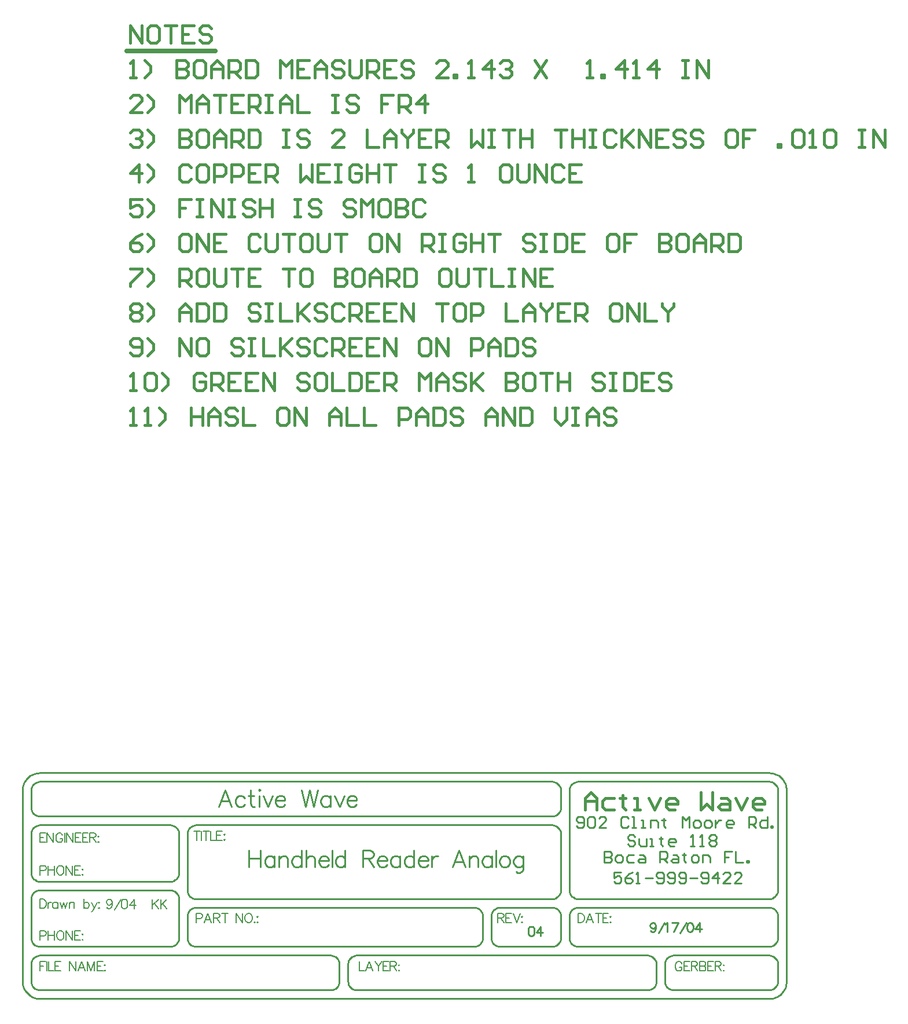
<source format=gbp>
%FSLAX24Y24*%
%MOIN*%
G70*
G01*
G75*
%ADD10C,0.0080*%
%ADD11R,0.0300X0.0300*%
%ADD12R,0.0800X0.0236*%
%ADD13R,0.0236X0.1100*%
%ADD14R,0.0236X0.0800*%
%ADD15R,0.0236X0.0700*%
%ADD16R,0.0236X0.1000*%
%ADD17R,0.0945X0.0236*%
%ADD18R,0.0700X0.0236*%
%ADD19R,0.0650X0.0236*%
%ADD20R,0.0200X0.0500*%
%ADD21R,0.0472X0.0472*%
%ADD22O,0.0600X0.0160*%
%ADD23O,0.0160X0.0600*%
%ADD24O,0.0800X0.0240*%
%ADD25R,0.0360X0.0360*%
%ADD26R,0.0200X0.0300*%
%ADD27R,0.0360X0.0500*%
%ADD28R,0.1000X0.0236*%
%ADD29R,0.0236X0.0945*%
%ADD30R,0.1500X0.0700*%
%ADD31R,0.0394X0.0413*%
%ADD32R,0.0413X0.0866*%
%ADD33R,0.0413X0.0800*%
%ADD34R,0.0400X0.0550*%
%ADD35O,0.0140X0.0600*%
%ADD36R,0.0600X0.0500*%
%ADD37R,0.2000X0.0700*%
%ADD38R,0.0500X0.0360*%
%ADD39R,0.0236X0.0236*%
%ADD40R,0.0550X0.0400*%
%ADD41C,0.0120*%
%ADD42R,0.0394X0.0394*%
%ADD43R,0.0394X0.0197*%
%ADD44R,0.0700X0.1500*%
%ADD45R,0.1100X0.0236*%
%ADD46R,0.0500X0.0500*%
%ADD47R,0.0500X0.0400*%
%ADD48C,0.0140*%
%ADD49C,0.0120*%
%ADD50C,0.0200*%
%ADD51C,0.0300*%
%ADD52C,0.0100*%
%ADD53C,0.0060*%
%ADD54C,0.0090*%
%ADD55C,0.0050*%
%ADD56C,0.0150*%
%ADD57C,0.0250*%
%ADD58C,0.0620*%
%ADD59R,0.0620X0.0620*%
%ADD60C,0.1000*%
%ADD61C,0.0400*%
%ADD62C,0.0220*%
%ADD63C,0.0030*%
D10*
X79191Y52957D02*
X79165Y52881D01*
X79114Y52830D01*
X79038Y52805D01*
X79013D01*
X78937Y52830D01*
X78886Y52881D01*
X78860Y52957D01*
Y52983D01*
X78886Y53059D01*
X78937Y53110D01*
X79013Y53135D01*
X79038D01*
X79114Y53110D01*
X79165Y53059D01*
X79191Y52957D01*
Y52830D01*
X79165Y52704D01*
X79114Y52627D01*
X79038Y52602D01*
X78987D01*
X78911Y52627D01*
X78886Y52678D01*
X79335Y52526D02*
X79691Y53135D01*
X79879D02*
X79803Y53110D01*
X79752Y53034D01*
X79726Y52907D01*
Y52830D01*
X79752Y52704D01*
X79803Y52627D01*
X79879Y52602D01*
X79929D01*
X80006Y52627D01*
X80056Y52704D01*
X80082Y52830D01*
Y52907D01*
X80056Y53034D01*
X80006Y53110D01*
X79929Y53135D01*
X79879D01*
X80455D02*
X80201Y52780D01*
X80582D01*
X80455Y53135D02*
Y52602D01*
X81514Y53135D02*
Y52602D01*
X81869Y53135D02*
X81514Y52780D01*
X81641Y52907D02*
X81869Y52602D01*
X81989Y53135D02*
Y52602D01*
X82344Y53135D02*
X81989Y52780D01*
X82116Y52907D02*
X82344Y52602D01*
D52*
X117531Y52173D02*
X117521Y52268D01*
X117494Y52360D01*
X117448Y52445D01*
X117387Y52519D01*
X117313Y52580D01*
X117228Y52625D01*
X117136Y52653D01*
X117041Y52663D01*
X106031D02*
X105933Y52653D01*
X105839Y52624D01*
X105753Y52578D01*
X105677Y52516D01*
X105615Y52440D01*
X105569Y52354D01*
X105540Y52260D01*
X105531Y52163D01*
X117031Y53163D02*
X117128Y53172D01*
X117222Y53201D01*
X117309Y53247D01*
X117384Y53309D01*
X117447Y53385D01*
X117493Y53471D01*
X117521Y53565D01*
X117531Y53663D01*
X105531D02*
X105540Y53565D01*
X105569Y53471D01*
X105615Y53385D01*
X105677Y53309D01*
X105753Y53247D01*
X105839Y53201D01*
X105933Y53172D01*
X106031Y53163D01*
X75031Y60413D02*
X74933Y60408D01*
X74836Y60393D01*
X74741Y60369D01*
X74648Y60336D01*
X74559Y60294D01*
X74475Y60244D01*
X74396Y60186D01*
X74324Y60120D01*
X74258Y60047D01*
X74199Y59968D01*
X74149Y59884D01*
X74107Y59795D01*
X74074Y59703D01*
X74050Y59608D01*
X74036Y59511D01*
X74031Y59413D01*
Y48423D02*
X74036Y48325D01*
X74050Y48228D01*
X74073Y48132D01*
X74106Y48040D01*
X74148Y47951D01*
X74197Y47867D01*
X74255Y47788D01*
X74320Y47715D01*
X74392Y47648D01*
X74471Y47589D01*
X74554Y47538D01*
X74642Y47495D01*
X74734Y47460D01*
X74829Y47435D01*
X74925Y47419D01*
X75023Y47413D01*
X117031Y47413D02*
X117129Y47417D01*
X117226Y47432D01*
X117321Y47456D01*
X117414Y47489D01*
X117502Y47531D01*
X117586Y47581D01*
X117665Y47639D01*
X117738Y47705D01*
X117804Y47778D01*
X117862Y47857D01*
X117913Y47941D01*
X117955Y48030D01*
X117988Y48122D01*
X118012Y48217D01*
X118026Y48314D01*
X118031Y48413D01*
Y59413D02*
X118026Y59511D01*
X118012Y59608D01*
X117988Y59703D01*
X117955Y59795D01*
X117913Y59884D01*
X117862Y59968D01*
X117804Y60047D01*
X117738Y60120D01*
X117665Y60186D01*
X117586Y60244D01*
X117502Y60294D01*
X117414Y60336D01*
X117321Y60369D01*
X117226Y60393D01*
X117129Y60408D01*
X117031Y60413D01*
X117531Y59423D02*
X117521Y59520D01*
X117492Y59614D01*
X117445Y59700D01*
X117381Y59775D01*
X117304Y59836D01*
X117216Y59880D01*
X117122Y59906D01*
X117024Y59912D01*
X117031Y50413D02*
X117128Y50422D01*
X117222Y50451D01*
X117309Y50497D01*
X117384Y50559D01*
X117447Y50635D01*
X117493Y50721D01*
X117521Y50815D01*
X117531Y50913D01*
X117531Y49421D02*
X117520Y49518D01*
X117490Y49610D01*
X117444Y49695D01*
X117381Y49769D01*
X117306Y49830D01*
X117220Y49875D01*
X117127Y49903D01*
X117031Y49913D01*
Y47913D02*
X117128Y47922D01*
X117222Y47951D01*
X117309Y47997D01*
X117384Y48059D01*
X117447Y48135D01*
X117493Y48221D01*
X117521Y48315D01*
X117531Y48413D01*
X104531Y50413D02*
X104628Y50422D01*
X104722Y50451D01*
X104809Y50497D01*
X104884Y50559D01*
X104947Y50635D01*
X104993Y50721D01*
X105021Y50815D01*
X105031Y50913D01*
X105531Y50903D02*
X105540Y50806D01*
X105569Y50713D01*
X105615Y50628D01*
X105677Y50553D01*
X105753Y50492D01*
X105839Y50447D01*
X105933Y50421D01*
X106029Y50413D01*
X105031Y52173D02*
X105021Y52268D01*
X104994Y52360D01*
X104948Y52445D01*
X104887Y52519D01*
X104813Y52580D01*
X104728Y52625D01*
X104636Y52653D01*
X104541Y52663D01*
X74531Y48413D02*
X74540Y48316D01*
X74568Y48223D01*
X74613Y48137D01*
X74674Y48062D01*
X74749Y48000D01*
X74833Y47953D01*
X74926Y47924D01*
X75022Y47913D01*
X104540Y53162D02*
X104636Y53174D01*
X104728Y53203D01*
X104813Y53250D01*
X104888Y53312D01*
X104948Y53387D01*
X104994Y53473D01*
X105022Y53566D01*
X105031Y53663D01*
X75031Y49913D02*
X74933Y49903D01*
X74839Y49874D01*
X74753Y49828D01*
X74677Y49766D01*
X74615Y49690D01*
X74569Y49604D01*
X74540Y49510D01*
X74531Y49413D01*
X105031Y56913D02*
X105021Y57010D01*
X104993Y57104D01*
X104947Y57190D01*
X104884Y57266D01*
X104809Y57328D01*
X104722Y57374D01*
X104628Y57403D01*
X104531Y57413D01*
Y57913D02*
X104628Y57922D01*
X104722Y57951D01*
X104809Y57997D01*
X104884Y58059D01*
X104947Y58135D01*
X104993Y58221D01*
X105021Y58315D01*
X105031Y58413D01*
X106031Y59913D02*
X105933Y59903D01*
X105839Y59874D01*
X105753Y59828D01*
X105677Y59766D01*
X105615Y59690D01*
X105569Y59604D01*
X105540Y59510D01*
X105531Y59413D01*
X105031D02*
X105021Y59510D01*
X104993Y59604D01*
X104947Y59690D01*
X104884Y59766D01*
X104809Y59828D01*
X104722Y59874D01*
X104628Y59903D01*
X104531Y59913D01*
X75031D02*
X74933Y59903D01*
X74839Y59874D01*
X74753Y59828D01*
X74677Y59766D01*
X74615Y59690D01*
X74569Y59604D01*
X74540Y59510D01*
X74531Y59413D01*
Y58413D02*
X74540Y58315D01*
X74569Y58221D01*
X74615Y58135D01*
X74677Y58059D01*
X74753Y57997D01*
X74839Y57951D01*
X74933Y57922D01*
X75031Y57913D01*
Y57413D02*
X74933Y57403D01*
X74839Y57374D01*
X74753Y57328D01*
X74677Y57266D01*
X74615Y57190D01*
X74569Y57104D01*
X74540Y57010D01*
X74531Y56913D01*
Y54663D02*
X74540Y54565D01*
X74569Y54471D01*
X74615Y54385D01*
X74677Y54309D01*
X74753Y54247D01*
X74839Y54201D01*
X74933Y54172D01*
X75031Y54163D01*
Y53663D02*
X74933Y53653D01*
X74839Y53624D01*
X74753Y53578D01*
X74677Y53516D01*
X74615Y53440D01*
X74569Y53354D01*
X74540Y53260D01*
X74531Y53163D01*
Y50913D02*
X74540Y50816D01*
X74568Y50723D01*
X74613Y50637D01*
X74674Y50562D01*
X74749Y50500D01*
X74833Y50453D01*
X74926Y50424D01*
X75022Y50413D01*
X84031Y57413D02*
X83933Y57403D01*
X83839Y57374D01*
X83753Y57328D01*
X83677Y57266D01*
X83615Y57190D01*
X83569Y57104D01*
X83540Y57010D01*
X83531Y56913D01*
X84031Y52663D02*
X83933Y52653D01*
X83839Y52624D01*
X83753Y52578D01*
X83677Y52516D01*
X83615Y52440D01*
X83569Y52354D01*
X83540Y52260D01*
X83531Y52163D01*
X101511Y52663D02*
X101414Y52653D01*
X101321Y52624D01*
X101236Y52576D01*
X101163Y52513D01*
X101103Y52436D01*
X101060Y52349D01*
X101036Y52254D01*
X101031Y52157D01*
X101031Y50923D02*
X101040Y50824D01*
X101069Y50729D01*
X101115Y50642D01*
X101177Y50565D01*
X101253Y50502D01*
X101340Y50454D01*
X101434Y50424D01*
X101532Y50413D01*
X100041Y50413D02*
X100137Y50422D01*
X100230Y50451D01*
X100316Y50497D01*
X100390Y50559D01*
X100451Y50635D01*
X100496Y50721D01*
X100523Y50814D01*
X100531Y50911D01*
X100531Y52173D02*
X100521Y52268D01*
X100494Y52360D01*
X100448Y52445D01*
X100387Y52519D01*
X100313Y52580D01*
X100228Y52625D01*
X100136Y52653D01*
X100041Y52663D01*
X82541Y50413D02*
X82636Y50422D01*
X82728Y50450D01*
X82813Y50495D01*
X82887Y50556D01*
X82948Y50630D01*
X82994Y50715D01*
X83021Y50807D01*
X83031Y50903D01*
X83531D02*
X83540Y50807D01*
X83568Y50715D01*
X83613Y50630D01*
X83674Y50556D01*
X83749Y50495D01*
X83833Y50450D01*
X83925Y50422D01*
X84021Y50413D01*
X83531Y53653D02*
X83540Y53557D01*
X83568Y53465D01*
X83613Y53380D01*
X83674Y53306D01*
X83749Y53245D01*
X83833Y53200D01*
X83925Y53172D01*
X84021Y53163D01*
X83031Y53173D02*
X83021Y53270D01*
X82992Y53364D01*
X82945Y53450D01*
X82881Y53525D01*
X82804Y53586D01*
X82716Y53630D01*
X82622Y53656D01*
X82524Y53662D01*
X82551Y54163D02*
X82644Y54172D01*
X82735Y54199D01*
X82817Y54243D01*
X82890Y54303D01*
X82950Y54376D01*
X82994Y54459D01*
X83022Y54549D01*
X83031Y54643D01*
Y56923D02*
X83021Y57018D01*
X82994Y57110D01*
X82948Y57195D01*
X82887Y57269D01*
X82813Y57330D01*
X82728Y57375D01*
X82636Y57403D01*
X82541Y57413D01*
X111531Y49913D02*
X111433Y49903D01*
X111339Y49874D01*
X111253Y49828D01*
X111177Y49766D01*
X111115Y49690D01*
X111069Y49604D01*
X111040Y49510D01*
X111031Y49413D01*
Y48403D02*
X111040Y48306D01*
X111069Y48213D01*
X111115Y48128D01*
X111177Y48053D01*
X111253Y47992D01*
X111339Y47947D01*
X111433Y47921D01*
X111529Y47913D01*
X110042Y47912D02*
X110139Y47921D01*
X110233Y47948D01*
X110318Y47994D01*
X110393Y48056D01*
X110454Y48132D01*
X110498Y48218D01*
X110524Y48312D01*
X110531Y48409D01*
X110531Y49413D02*
X110521Y49510D01*
X110493Y49604D01*
X110447Y49690D01*
X110384Y49766D01*
X110309Y49828D01*
X110222Y49874D01*
X110128Y49903D01*
X110031Y49913D01*
X92781Y48413D02*
X92790Y48316D01*
X92818Y48223D01*
X92863Y48137D01*
X92924Y48062D01*
X92999Y48000D01*
X93083Y47953D01*
X93176Y47924D01*
X93272Y47913D01*
X93281Y49913D02*
X93183Y49903D01*
X93089Y49874D01*
X93003Y49828D01*
X92927Y49766D01*
X92865Y49690D01*
X92819Y49604D01*
X92790Y49510D01*
X92781Y49413D01*
X91792Y47912D02*
X91889Y47921D01*
X91983Y47948D01*
X92068Y47994D01*
X92143Y48056D01*
X92204Y48132D01*
X92248Y48218D01*
X92274Y48312D01*
X92281Y48409D01*
X92281Y49413D02*
X92271Y49510D01*
X92243Y49604D01*
X92197Y49690D01*
X92134Y49766D01*
X92059Y49828D01*
X91972Y49874D01*
X91878Y49903D01*
X91781Y49913D01*
X117531Y50913D02*
Y52173D01*
X105531Y50913D02*
Y52163D01*
X117531Y53663D02*
Y59413D01*
X105531Y53663D02*
Y59413D01*
X74031Y48413D02*
Y59413D01*
X74531Y48413D02*
Y49413D01*
X117531Y48413D02*
Y49413D01*
X105031Y50913D02*
Y52163D01*
X101031Y50913D02*
Y52163D01*
X83531Y50913D02*
Y52163D01*
X100531Y50913D02*
Y52163D01*
X83531Y53663D02*
Y56913D01*
X105031Y53663D02*
Y56913D01*
Y58413D02*
Y59413D01*
X74531Y58413D02*
Y59413D01*
X83031Y54663D02*
Y56913D01*
X74531Y54663D02*
Y56913D01*
X83031Y50913D02*
Y53163D01*
X74531Y50913D02*
Y53163D01*
X118031Y48413D02*
Y59413D01*
X111031Y48413D02*
Y49413D01*
X110531Y48413D02*
Y49413D01*
X92781Y48413D02*
Y49413D01*
X92281Y48413D02*
Y49413D01*
X106031Y52663D02*
X117031D01*
X106031Y53163D02*
X117031D01*
X84031D02*
X104531D01*
X106031Y59913D02*
X117031D01*
X106031Y50413D02*
X117031D01*
X101531Y52663D02*
X104531D01*
X101531Y50413D02*
X104531D01*
X84031D02*
X100031D01*
X84031Y52663D02*
X100031D01*
X84031Y57413D02*
X104531D01*
X75031Y57913D02*
X104531D01*
X75031Y57413D02*
X82531D01*
X75031Y54163D02*
X82531D01*
X75031Y53663D02*
X82531D01*
X75031Y50413D02*
X82531D01*
X75031Y60413D02*
X117031D01*
X75031Y47413D02*
X117031D01*
X75031Y59913D02*
X104531D01*
X111531Y49913D02*
X117031D01*
X111531Y47913D02*
X117031D01*
X93281Y49913D02*
X110031D01*
X75031D02*
X91781D01*
X75031Y47913D02*
X91781D01*
X93281D02*
X110031D01*
X107542Y55894D02*
Y55254D01*
X107862D01*
X107968Y55361D01*
Y55468D01*
X107862Y55574D01*
X107542D01*
X107862D01*
X107968Y55681D01*
Y55787D01*
X107862Y55894D01*
X107542D01*
X108288Y55254D02*
X108501D01*
X108608Y55361D01*
Y55574D01*
X108501Y55681D01*
X108288D01*
X108181Y55574D01*
Y55361D01*
X108288Y55254D01*
X109248Y55681D02*
X108928D01*
X108821Y55574D01*
Y55361D01*
X108928Y55254D01*
X109248D01*
X109568Y55681D02*
X109781D01*
X109888Y55574D01*
Y55254D01*
X109568D01*
X109461Y55361D01*
X109568Y55468D01*
X109888D01*
X110741Y55254D02*
Y55894D01*
X111060D01*
X111167Y55787D01*
Y55574D01*
X111060Y55468D01*
X110741D01*
X110954D02*
X111167Y55254D01*
X111487Y55681D02*
X111700D01*
X111807Y55574D01*
Y55254D01*
X111487D01*
X111380Y55361D01*
X111487Y55468D01*
X111807D01*
X112127Y55787D02*
Y55681D01*
X112020D01*
X112233D01*
X112127D01*
Y55361D01*
X112233Y55254D01*
X112660D02*
X112873D01*
X112980Y55361D01*
Y55574D01*
X112873Y55681D01*
X112660D01*
X112553Y55574D01*
Y55361D01*
X112660Y55254D01*
X113193D02*
Y55681D01*
X113513D01*
X113620Y55574D01*
Y55254D01*
X114899Y55894D02*
X114473D01*
Y55574D01*
X114686D01*
X114473D01*
Y55254D01*
X115113Y55894D02*
Y55254D01*
X115539D01*
X115752D02*
Y55361D01*
X115859D01*
Y55254D01*
X115752D01*
X105942Y57361D02*
X106048Y57254D01*
X106262D01*
X106368Y57361D01*
Y57787D01*
X106262Y57894D01*
X106048D01*
X105942Y57787D01*
Y57681D01*
X106048Y57574D01*
X106368D01*
X106581Y57787D02*
X106688Y57894D01*
X106901D01*
X107008Y57787D01*
Y57361D01*
X106901Y57254D01*
X106688D01*
X106581Y57361D01*
Y57787D01*
X107648Y57254D02*
X107221D01*
X107648Y57681D01*
Y57787D01*
X107541Y57894D01*
X107328D01*
X107221Y57787D01*
X108927D02*
X108821Y57894D01*
X108607D01*
X108501Y57787D01*
Y57361D01*
X108607Y57254D01*
X108821D01*
X108927Y57361D01*
X109141Y57254D02*
X109354D01*
X109247D01*
Y57894D01*
X109141D01*
X109674Y57254D02*
X109887D01*
X109780D01*
Y57681D01*
X109674D01*
X110207Y57254D02*
Y57681D01*
X110527D01*
X110633Y57574D01*
Y57254D01*
X110953Y57787D02*
Y57681D01*
X110847D01*
X111060D01*
X110953D01*
Y57361D01*
X111060Y57254D01*
X112020D02*
Y57894D01*
X112233Y57681D01*
X112446Y57894D01*
Y57254D01*
X112766D02*
X112979D01*
X113086Y57361D01*
Y57574D01*
X112979Y57681D01*
X112766D01*
X112659Y57574D01*
Y57361D01*
X112766Y57254D01*
X113406D02*
X113619D01*
X113726Y57361D01*
Y57574D01*
X113619Y57681D01*
X113406D01*
X113299Y57574D01*
Y57361D01*
X113406Y57254D01*
X113939Y57681D02*
Y57254D01*
Y57468D01*
X114046Y57574D01*
X114152Y57681D01*
X114259D01*
X114899Y57254D02*
X114685D01*
X114579Y57361D01*
Y57574D01*
X114685Y57681D01*
X114899D01*
X115005Y57574D01*
Y57468D01*
X114579D01*
X115858Y57254D02*
Y57894D01*
X116178D01*
X116285Y57787D01*
Y57574D01*
X116178Y57468D01*
X115858D01*
X116072D02*
X116285Y57254D01*
X116925Y57894D02*
Y57254D01*
X116605D01*
X116498Y57361D01*
Y57574D01*
X116605Y57681D01*
X116925D01*
X117138Y57254D02*
Y57361D01*
X117245D01*
Y57254D01*
X117138D01*
X108518Y54694D02*
X108092D01*
Y54374D01*
X108305Y54481D01*
X108412D01*
X108518Y54374D01*
Y54161D01*
X108412Y54054D01*
X108198D01*
X108092Y54161D01*
X109158Y54694D02*
X108945Y54587D01*
X108731Y54374D01*
Y54161D01*
X108838Y54054D01*
X109051D01*
X109158Y54161D01*
Y54268D01*
X109051Y54374D01*
X108731D01*
X109371Y54054D02*
X109584D01*
X109478D01*
Y54694D01*
X109371Y54587D01*
X109904Y54374D02*
X110331D01*
X110544Y54161D02*
X110651Y54054D01*
X110864D01*
X110971Y54161D01*
Y54587D01*
X110864Y54694D01*
X110651D01*
X110544Y54587D01*
Y54481D01*
X110651Y54374D01*
X110971D01*
X111184Y54161D02*
X111291Y54054D01*
X111504D01*
X111610Y54161D01*
Y54587D01*
X111504Y54694D01*
X111291D01*
X111184Y54587D01*
Y54481D01*
X111291Y54374D01*
X111610D01*
X111824Y54161D02*
X111930Y54054D01*
X112144D01*
X112250Y54161D01*
Y54587D01*
X112144Y54694D01*
X111930D01*
X111824Y54587D01*
Y54481D01*
X111930Y54374D01*
X112250D01*
X112464D02*
X112890D01*
X113103Y54161D02*
X113210Y54054D01*
X113423D01*
X113530Y54161D01*
Y54587D01*
X113423Y54694D01*
X113210D01*
X113103Y54587D01*
Y54481D01*
X113210Y54374D01*
X113530D01*
X114063Y54054D02*
Y54694D01*
X113743Y54374D01*
X114170D01*
X114809Y54054D02*
X114383D01*
X114809Y54481D01*
Y54587D01*
X114703Y54694D01*
X114490D01*
X114383Y54587D01*
X115449Y54054D02*
X115023D01*
X115449Y54481D01*
Y54587D01*
X115343Y54694D01*
X115129D01*
X115023Y54587D01*
X109318Y56737D02*
X109212Y56844D01*
X108998D01*
X108892Y56737D01*
Y56631D01*
X108998Y56524D01*
X109212D01*
X109318Y56418D01*
Y56311D01*
X109212Y56204D01*
X108998D01*
X108892Y56311D01*
X109531Y56631D02*
Y56311D01*
X109638Y56204D01*
X109958D01*
Y56631D01*
X110171Y56204D02*
X110384D01*
X110278D01*
Y56631D01*
X110171D01*
X110811Y56737D02*
Y56631D01*
X110704D01*
X110918D01*
X110811D01*
Y56311D01*
X110918Y56204D01*
X111557D02*
X111344D01*
X111238Y56311D01*
Y56524D01*
X111344Y56631D01*
X111557D01*
X111664Y56524D01*
Y56418D01*
X111238D01*
X112517Y56204D02*
X112730D01*
X112624D01*
Y56844D01*
X112517Y56737D01*
X113050Y56204D02*
X113264D01*
X113157D01*
Y56844D01*
X113050Y56737D01*
X113583D02*
X113690Y56844D01*
X113903D01*
X114010Y56737D01*
Y56631D01*
X113903Y56524D01*
X114010Y56418D01*
Y56311D01*
X113903Y56204D01*
X113690D01*
X113583Y56311D01*
Y56418D01*
X113690Y56524D01*
X113583Y56631D01*
Y56737D01*
X113690Y56524D02*
X113903D01*
D54*
X103308Y51571D02*
X103232Y51545D01*
X103181Y51469D01*
X103156Y51342D01*
Y51266D01*
X103181Y51139D01*
X103232Y51063D01*
X103308Y51038D01*
X103359D01*
X103435Y51063D01*
X103486Y51139D01*
X103511Y51266D01*
Y51342D01*
X103486Y51469D01*
X103435Y51545D01*
X103359Y51571D01*
X103308D01*
X103885D02*
X103631Y51215D01*
X104012D01*
X103885Y51571D02*
Y51038D01*
X87085Y55947D02*
Y54987D01*
X87725Y55947D02*
Y54987D01*
X87085Y55490D02*
X87725D01*
X88538Y55627D02*
Y54987D01*
Y55490D02*
X88447Y55581D01*
X88355Y55627D01*
X88218D01*
X88127Y55581D01*
X88036Y55490D01*
X87990Y55353D01*
Y55261D01*
X88036Y55124D01*
X88127Y55033D01*
X88218Y54987D01*
X88355D01*
X88447Y55033D01*
X88538Y55124D01*
X88794Y55627D02*
Y54987D01*
Y55444D02*
X88931Y55581D01*
X89023Y55627D01*
X89160D01*
X89251Y55581D01*
X89297Y55444D01*
Y54987D01*
X90097Y55947D02*
Y54987D01*
Y55490D02*
X90005Y55581D01*
X89914Y55627D01*
X89777D01*
X89685Y55581D01*
X89594Y55490D01*
X89548Y55353D01*
Y55261D01*
X89594Y55124D01*
X89685Y55033D01*
X89777Y54987D01*
X89914D01*
X90005Y55033D01*
X90097Y55124D01*
X90353Y55947D02*
Y54987D01*
Y55444D02*
X90490Y55581D01*
X90581Y55627D01*
X90718D01*
X90810Y55581D01*
X90856Y55444D01*
Y54987D01*
X91107Y55353D02*
X91655D01*
Y55444D01*
X91610Y55535D01*
X91564Y55581D01*
X91473Y55627D01*
X91335D01*
X91244Y55581D01*
X91153Y55490D01*
X91107Y55353D01*
Y55261D01*
X91153Y55124D01*
X91244Y55033D01*
X91335Y54987D01*
X91473D01*
X91564Y55033D01*
X91655Y55124D01*
X91861Y55947D02*
Y54987D01*
X92611Y55947D02*
Y54987D01*
Y55490D02*
X92519Y55581D01*
X92428Y55627D01*
X92291D01*
X92199Y55581D01*
X92108Y55490D01*
X92062Y55353D01*
Y55261D01*
X92108Y55124D01*
X92199Y55033D01*
X92291Y54987D01*
X92428D01*
X92519Y55033D01*
X92611Y55124D01*
X93621Y55947D02*
Y54987D01*
Y55947D02*
X94032D01*
X94169Y55901D01*
X94215Y55855D01*
X94261Y55764D01*
Y55672D01*
X94215Y55581D01*
X94169Y55535D01*
X94032Y55490D01*
X93621D01*
X93941D02*
X94261Y54987D01*
X94475Y55353D02*
X95024D01*
Y55444D01*
X94978Y55535D01*
X94932Y55581D01*
X94841Y55627D01*
X94704D01*
X94612Y55581D01*
X94521Y55490D01*
X94475Y55353D01*
Y55261D01*
X94521Y55124D01*
X94612Y55033D01*
X94704Y54987D01*
X94841D01*
X94932Y55033D01*
X95024Y55124D01*
X95778Y55627D02*
Y54987D01*
Y55490D02*
X95686Y55581D01*
X95595Y55627D01*
X95458D01*
X95367Y55581D01*
X95275Y55490D01*
X95229Y55353D01*
Y55261D01*
X95275Y55124D01*
X95367Y55033D01*
X95458Y54987D01*
X95595D01*
X95686Y55033D01*
X95778Y55124D01*
X96582Y55947D02*
Y54987D01*
Y55490D02*
X96491Y55581D01*
X96399Y55627D01*
X96262D01*
X96171Y55581D01*
X96080Y55490D01*
X96034Y55353D01*
Y55261D01*
X96080Y55124D01*
X96171Y55033D01*
X96262Y54987D01*
X96399D01*
X96491Y55033D01*
X96582Y55124D01*
X96838Y55353D02*
X97387D01*
Y55444D01*
X97341Y55535D01*
X97295Y55581D01*
X97204Y55627D01*
X97067D01*
X96975Y55581D01*
X96884Y55490D01*
X96838Y55353D01*
Y55261D01*
X96884Y55124D01*
X96975Y55033D01*
X97067Y54987D01*
X97204D01*
X97295Y55033D01*
X97387Y55124D01*
X97592Y55627D02*
Y54987D01*
Y55353D02*
X97638Y55490D01*
X97729Y55581D01*
X97821Y55627D01*
X97958D01*
X99530Y54987D02*
X99165Y55947D01*
X98799Y54987D01*
X98936Y55307D02*
X99393D01*
X99754Y55627D02*
Y54987D01*
Y55444D02*
X99891Y55581D01*
X99983Y55627D01*
X100120D01*
X100211Y55581D01*
X100257Y55444D01*
Y54987D01*
X101057Y55627D02*
Y54987D01*
Y55490D02*
X100965Y55581D01*
X100874Y55627D01*
X100737D01*
X100645Y55581D01*
X100554Y55490D01*
X100508Y55353D01*
Y55261D01*
X100554Y55124D01*
X100645Y55033D01*
X100737Y54987D01*
X100874D01*
X100965Y55033D01*
X101057Y55124D01*
X101313Y55947D02*
Y54987D01*
X101742Y55627D02*
X101651Y55581D01*
X101560Y55490D01*
X101514Y55353D01*
Y55261D01*
X101560Y55124D01*
X101651Y55033D01*
X101742Y54987D01*
X101879D01*
X101971Y55033D01*
X102062Y55124D01*
X102108Y55261D01*
Y55353D01*
X102062Y55490D01*
X101971Y55581D01*
X101879Y55627D01*
X101742D01*
X102867D02*
Y54895D01*
X102821Y54758D01*
X102775Y54713D01*
X102684Y54667D01*
X102547D01*
X102455Y54713D01*
X102867Y55490D02*
X102775Y55581D01*
X102684Y55627D01*
X102547D01*
X102455Y55581D01*
X102364Y55490D01*
X102318Y55353D01*
Y55261D01*
X102364Y55124D01*
X102455Y55033D01*
X102547Y54987D01*
X102684D01*
X102775Y55033D01*
X102867Y55124D01*
X86062Y58463D02*
X85696Y59422D01*
X85331Y58463D01*
X85468Y58782D02*
X85925D01*
X86834Y58965D02*
X86743Y59057D01*
X86652Y59102D01*
X86515D01*
X86423Y59057D01*
X86332Y58965D01*
X86286Y58828D01*
Y58737D01*
X86332Y58600D01*
X86423Y58508D01*
X86515Y58463D01*
X86652D01*
X86743Y58508D01*
X86834Y58600D01*
X87177Y59422D02*
Y58645D01*
X87223Y58508D01*
X87314Y58463D01*
X87406D01*
X87040Y59102D02*
X87360D01*
X87634Y59422D02*
X87680Y59377D01*
X87726Y59422D01*
X87680Y59468D01*
X87634Y59422D01*
X87680Y59102D02*
Y58463D01*
X87895Y59102D02*
X88169Y58463D01*
X88443Y59102D02*
X88169Y58463D01*
X88599Y58828D02*
X89147D01*
Y58920D01*
X89101Y59011D01*
X89056Y59057D01*
X88964Y59102D01*
X88827D01*
X88736Y59057D01*
X88644Y58965D01*
X88599Y58828D01*
Y58737D01*
X88644Y58600D01*
X88736Y58508D01*
X88827Y58463D01*
X88964D01*
X89056Y58508D01*
X89147Y58600D01*
X90107Y59422D02*
X90335Y58463D01*
X90564Y59422D02*
X90335Y58463D01*
X90564Y59422D02*
X90793Y58463D01*
X91021Y59422D02*
X90793Y58463D01*
X91761Y59102D02*
Y58463D01*
Y58965D02*
X91670Y59057D01*
X91579Y59102D01*
X91442D01*
X91350Y59057D01*
X91259Y58965D01*
X91213Y58828D01*
Y58737D01*
X91259Y58600D01*
X91350Y58508D01*
X91442Y58463D01*
X91579D01*
X91670Y58508D01*
X91761Y58600D01*
X92017Y59102D02*
X92292Y58463D01*
X92566Y59102D02*
X92292Y58463D01*
X92721Y58828D02*
X93270D01*
Y58920D01*
X93224Y59011D01*
X93178Y59057D01*
X93087Y59102D01*
X92950D01*
X92858Y59057D01*
X92767Y58965D01*
X92721Y58828D01*
Y58737D01*
X92767Y58600D01*
X92858Y58508D01*
X92950Y58463D01*
X93087D01*
X93178Y58508D01*
X93270Y58600D01*
X110509Y51613D02*
X110483Y51537D01*
X110432Y51486D01*
X110356Y51461D01*
X110331D01*
X110255Y51486D01*
X110204Y51537D01*
X110179Y51613D01*
Y51639D01*
X110204Y51715D01*
X110255Y51766D01*
X110331Y51791D01*
X110356D01*
X110432Y51766D01*
X110483Y51715D01*
X110509Y51613D01*
Y51486D01*
X110483Y51359D01*
X110432Y51283D01*
X110356Y51258D01*
X110305D01*
X110229Y51283D01*
X110204Y51334D01*
X110653Y51182D02*
X111009Y51791D01*
X111044Y51690D02*
X111095Y51715D01*
X111171Y51791D01*
Y51258D01*
X111791Y51791D02*
X111537Y51258D01*
X111435Y51791D02*
X111791D01*
X111910Y51182D02*
X112266Y51791D01*
X112454D02*
X112377Y51766D01*
X112327Y51690D01*
X112301Y51563D01*
Y51486D01*
X112327Y51359D01*
X112377Y51283D01*
X112454Y51258D01*
X112504D01*
X112581Y51283D01*
X112631Y51359D01*
X112657Y51486D01*
Y51563D01*
X112631Y51690D01*
X112581Y51766D01*
X112504Y51791D01*
X112454D01*
X113030D02*
X112776Y51436D01*
X113157D01*
X113030Y51791D02*
Y51258D01*
D55*
X106031Y52321D02*
Y51788D01*
Y52321D02*
X106209D01*
X106285Y52295D01*
X106336Y52245D01*
X106361Y52194D01*
X106386Y52118D01*
Y51991D01*
X106361Y51914D01*
X106336Y51864D01*
X106285Y51813D01*
X106209Y51788D01*
X106031D01*
X106912D02*
X106709Y52321D01*
X106506Y51788D01*
X106582Y51965D02*
X106836D01*
X107214Y52321D02*
Y51788D01*
X107036Y52321D02*
X107392D01*
X107785D02*
X107455D01*
Y51788D01*
X107785D01*
X107455Y52067D02*
X107658D01*
X107900Y52143D02*
X107874Y52118D01*
X107900Y52092D01*
X107925Y52118D01*
X107900Y52143D01*
Y51838D02*
X107874Y51813D01*
X107900Y51788D01*
X107925Y51813D01*
X107900Y51838D01*
X101406Y52321D02*
Y51788D01*
Y52321D02*
X101634D01*
X101711Y52295D01*
X101736Y52270D01*
X101761Y52219D01*
Y52168D01*
X101736Y52118D01*
X101711Y52092D01*
X101634Y52067D01*
X101406D01*
X101584D02*
X101761Y51788D01*
X102211Y52321D02*
X101881D01*
Y51788D01*
X102211D01*
X101881Y52067D02*
X102084D01*
X102300Y52321D02*
X102503Y51788D01*
X102706Y52321D02*
X102503Y51788D01*
X102800Y52143D02*
X102774Y52118D01*
X102800Y52092D01*
X102825Y52118D01*
X102800Y52143D01*
Y51838D02*
X102774Y51813D01*
X102800Y51788D01*
X102825Y51813D01*
X102800Y51838D01*
X75031Y54791D02*
X75259D01*
X75336Y54817D01*
X75361Y54842D01*
X75386Y54893D01*
Y54969D01*
X75361Y55020D01*
X75336Y55045D01*
X75259Y55071D01*
X75031D01*
Y54538D01*
X75506Y55071D02*
Y54538D01*
X75861Y55071D02*
Y54538D01*
X75506Y54817D02*
X75861D01*
X76161Y55071D02*
X76110Y55045D01*
X76059Y54995D01*
X76034Y54944D01*
X76008Y54868D01*
Y54741D01*
X76034Y54664D01*
X76059Y54614D01*
X76110Y54563D01*
X76161Y54538D01*
X76262D01*
X76313Y54563D01*
X76364Y54614D01*
X76389Y54664D01*
X76415Y54741D01*
Y54868D01*
X76389Y54944D01*
X76364Y54995D01*
X76313Y55045D01*
X76262Y55071D01*
X76161D01*
X76539D02*
Y54538D01*
Y55071D02*
X76895Y54538D01*
Y55071D02*
Y54538D01*
X77372Y55071D02*
X77042D01*
Y54538D01*
X77372D01*
X77042Y54817D02*
X77245D01*
X77486Y54893D02*
X77461Y54868D01*
X77486Y54842D01*
X77512Y54868D01*
X77486Y54893D01*
Y54588D02*
X77461Y54563D01*
X77486Y54538D01*
X77512Y54563D01*
X77486Y54588D01*
X75031Y51041D02*
X75259D01*
X75336Y51067D01*
X75361Y51092D01*
X75386Y51143D01*
Y51219D01*
X75361Y51270D01*
X75336Y51295D01*
X75259Y51321D01*
X75031D01*
Y50788D01*
X75506Y51321D02*
Y50788D01*
X75861Y51321D02*
Y50788D01*
X75506Y51067D02*
X75861D01*
X76161Y51321D02*
X76110Y51295D01*
X76059Y51245D01*
X76034Y51194D01*
X76008Y51118D01*
Y50991D01*
X76034Y50914D01*
X76059Y50864D01*
X76110Y50813D01*
X76161Y50788D01*
X76262D01*
X76313Y50813D01*
X76364Y50864D01*
X76389Y50914D01*
X76415Y50991D01*
Y51118D01*
X76389Y51194D01*
X76364Y51245D01*
X76313Y51295D01*
X76262Y51321D01*
X76161D01*
X76539D02*
Y50788D01*
Y51321D02*
X76895Y50788D01*
Y51321D02*
Y50788D01*
X77372Y51321D02*
X77042D01*
Y50788D01*
X77372D01*
X77042Y51067D02*
X77245D01*
X77486Y51143D02*
X77461Y51118D01*
X77486Y51092D01*
X77512Y51118D01*
X77486Y51143D01*
Y50838D02*
X77461Y50813D01*
X77486Y50788D01*
X77512Y50813D01*
X77486Y50838D01*
X93431Y49546D02*
Y49013D01*
X93736D01*
X94200D02*
X93997Y49546D01*
X93794Y49013D01*
X93870Y49190D02*
X94124D01*
X94325Y49546D02*
X94528Y49292D01*
Y49013D01*
X94731Y49546D02*
X94528Y49292D01*
X95130Y49546D02*
X94799D01*
Y49013D01*
X95130D01*
X94799Y49292D02*
X95003D01*
X95218Y49546D02*
Y49013D01*
Y49546D02*
X95447D01*
X95523Y49520D01*
X95548Y49495D01*
X95574Y49444D01*
Y49393D01*
X95548Y49343D01*
X95523Y49317D01*
X95447Y49292D01*
X95218D01*
X95396D02*
X95574Y49013D01*
X95719Y49368D02*
X95693Y49343D01*
X95719Y49317D01*
X95744Y49343D01*
X95719Y49368D01*
Y49063D02*
X95693Y49038D01*
X95719Y49013D01*
X95744Y49038D01*
X95719Y49063D01*
X75361Y56946D02*
X75031D01*
Y56413D01*
X75361D01*
X75031Y56692D02*
X75234D01*
X75450Y56946D02*
Y56413D01*
Y56946D02*
X75805Y56413D01*
Y56946D02*
Y56413D01*
X76333Y56819D02*
X76308Y56870D01*
X76257Y56920D01*
X76206Y56946D01*
X76105D01*
X76054Y56920D01*
X76003Y56870D01*
X75978Y56819D01*
X75953Y56743D01*
Y56616D01*
X75978Y56539D01*
X76003Y56489D01*
X76054Y56438D01*
X76105Y56413D01*
X76206D01*
X76257Y56438D01*
X76308Y56489D01*
X76333Y56539D01*
Y56616D01*
X76206D02*
X76333D01*
X76455Y56946D02*
Y56413D01*
X76567Y56946D02*
Y56413D01*
Y56946D02*
X76922Y56413D01*
Y56946D02*
Y56413D01*
X77400Y56946D02*
X77070D01*
Y56413D01*
X77400D01*
X77070Y56692D02*
X77273D01*
X77819Y56946D02*
X77489D01*
Y56413D01*
X77819D01*
X77489Y56692D02*
X77692D01*
X77908Y56946D02*
Y56413D01*
Y56946D02*
X78136D01*
X78212Y56920D01*
X78238Y56895D01*
X78263Y56844D01*
Y56793D01*
X78238Y56743D01*
X78212Y56717D01*
X78136Y56692D01*
X77908D01*
X78085D02*
X78263Y56413D01*
X78408Y56768D02*
X78383Y56743D01*
X78408Y56717D01*
X78433Y56743D01*
X78408Y56768D01*
Y56463D02*
X78383Y56438D01*
X78408Y56413D01*
X78433Y56438D01*
X78408Y56463D01*
X84031Y52041D02*
X84259D01*
X84336Y52067D01*
X84361Y52092D01*
X84386Y52143D01*
Y52219D01*
X84361Y52270D01*
X84336Y52295D01*
X84259Y52321D01*
X84031D01*
Y51788D01*
X84912D02*
X84709Y52321D01*
X84506Y51788D01*
X84582Y51965D02*
X84836D01*
X85036Y52321D02*
Y51788D01*
Y52321D02*
X85265D01*
X85341Y52295D01*
X85366Y52270D01*
X85392Y52219D01*
Y52168D01*
X85366Y52118D01*
X85341Y52092D01*
X85265Y52067D01*
X85036D01*
X85214D02*
X85392Y51788D01*
X85689Y52321D02*
Y51788D01*
X85511Y52321D02*
X85867D01*
X86349D02*
Y51788D01*
Y52321D02*
X86705Y51788D01*
Y52321D02*
Y51788D01*
X87004Y52321D02*
X86953Y52295D01*
X86903Y52245D01*
X86877Y52194D01*
X86852Y52118D01*
Y51991D01*
X86877Y51914D01*
X86903Y51864D01*
X86953Y51813D01*
X87004Y51788D01*
X87106D01*
X87157Y51813D01*
X87207Y51864D01*
X87233Y51914D01*
X87258Y51991D01*
Y52118D01*
X87233Y52194D01*
X87207Y52245D01*
X87157Y52295D01*
X87106Y52321D01*
X87004D01*
X87408Y51838D02*
X87383Y51813D01*
X87408Y51788D01*
X87433Y51813D01*
X87408Y51838D01*
X87575Y52143D02*
X87550Y52118D01*
X87575Y52092D01*
X87601Y52118D01*
X87575Y52143D01*
Y51838D02*
X87550Y51813D01*
X87575Y51788D01*
X87601Y51813D01*
X87575Y51838D01*
X84084Y57071D02*
Y56538D01*
X83906Y57071D02*
X84261D01*
X84325D02*
Y56538D01*
X84614Y57071D02*
Y56538D01*
X84437Y57071D02*
X84792D01*
X84855D02*
Y56538D01*
X85160D01*
X85549Y57071D02*
X85219D01*
Y56538D01*
X85549D01*
X85219Y56817D02*
X85422D01*
X85663Y56893D02*
X85638Y56868D01*
X85663Y56842D01*
X85688Y56868D01*
X85663Y56893D01*
Y56588D02*
X85638Y56563D01*
X85663Y56538D01*
X85688Y56563D01*
X85663Y56588D01*
X75031Y53146D02*
Y52613D01*
Y53146D02*
X75209D01*
X75285Y53120D01*
X75336Y53070D01*
X75361Y53019D01*
X75386Y52943D01*
Y52816D01*
X75361Y52739D01*
X75336Y52689D01*
X75285Y52638D01*
X75209Y52613D01*
X75031D01*
X75506Y52968D02*
Y52613D01*
Y52816D02*
X75531Y52892D01*
X75582Y52943D01*
X75633Y52968D01*
X75709D01*
X76062D02*
Y52613D01*
Y52892D02*
X76011Y52943D01*
X75960Y52968D01*
X75884D01*
X75833Y52943D01*
X75782Y52892D01*
X75757Y52816D01*
Y52765D01*
X75782Y52689D01*
X75833Y52638D01*
X75884Y52613D01*
X75960D01*
X76011Y52638D01*
X76062Y52689D01*
X76204Y52968D02*
X76305Y52613D01*
X76407Y52968D02*
X76305Y52613D01*
X76407Y52968D02*
X76509Y52613D01*
X76610Y52968D02*
X76509Y52613D01*
X76735Y52968D02*
Y52613D01*
Y52866D02*
X76811Y52943D01*
X76862Y52968D01*
X76938D01*
X76989Y52943D01*
X77014Y52866D01*
Y52613D01*
X77573Y53146D02*
Y52613D01*
Y52892D02*
X77623Y52943D01*
X77674Y52968D01*
X77750D01*
X77801Y52943D01*
X77852Y52892D01*
X77877Y52816D01*
Y52765D01*
X77852Y52689D01*
X77801Y52638D01*
X77750Y52613D01*
X77674D01*
X77623Y52638D01*
X77573Y52689D01*
X78017Y52968D02*
X78169Y52613D01*
X78322Y52968D02*
X78169Y52613D01*
X78118Y52511D01*
X78068Y52460D01*
X78017Y52435D01*
X77991D01*
X78436Y52968D02*
X78410Y52943D01*
X78436Y52917D01*
X78461Y52943D01*
X78436Y52968D01*
Y52663D02*
X78410Y52638D01*
X78436Y52613D01*
X78461Y52638D01*
X78436Y52663D01*
X75031Y49546D02*
Y49013D01*
Y49546D02*
X75361D01*
X75031Y49292D02*
X75234D01*
X75422Y49546D02*
Y49013D01*
X75534Y49546D02*
Y49013D01*
X75838D01*
X76227Y49546D02*
X75897D01*
Y49013D01*
X76227D01*
X75897Y49292D02*
X76100D01*
X76735Y49546D02*
Y49013D01*
Y49546D02*
X77090Y49013D01*
Y49546D02*
Y49013D01*
X77644D02*
X77440Y49546D01*
X77237Y49013D01*
X77314Y49190D02*
X77567D01*
X77768Y49546D02*
Y49013D01*
Y49546D02*
X77971Y49013D01*
X78174Y49546D02*
X77971Y49013D01*
X78174Y49546D02*
Y49013D01*
X78657Y49546D02*
X78327D01*
Y49013D01*
X78657D01*
X78327Y49292D02*
X78530D01*
X78771Y49368D02*
X78746Y49343D01*
X78771Y49317D01*
X78796Y49343D01*
X78771Y49368D01*
Y49063D02*
X78746Y49038D01*
X78771Y49013D01*
X78796Y49038D01*
X78771Y49063D01*
X112012Y49419D02*
X111986Y49470D01*
X111936Y49520D01*
X111885Y49546D01*
X111783D01*
X111732Y49520D01*
X111682Y49470D01*
X111656Y49419D01*
X111631Y49343D01*
Y49216D01*
X111656Y49139D01*
X111682Y49089D01*
X111732Y49038D01*
X111783Y49013D01*
X111885D01*
X111936Y49038D01*
X111986Y49089D01*
X112012Y49139D01*
Y49216D01*
X111885D02*
X112012D01*
X112464Y49546D02*
X112134D01*
Y49013D01*
X112464D01*
X112134Y49292D02*
X112337D01*
X112553Y49546D02*
Y49013D01*
Y49546D02*
X112781D01*
X112857Y49520D01*
X112883Y49495D01*
X112908Y49444D01*
Y49393D01*
X112883Y49343D01*
X112857Y49317D01*
X112781Y49292D01*
X112553D01*
X112730D02*
X112908Y49013D01*
X113027Y49546D02*
Y49013D01*
Y49546D02*
X113256D01*
X113332Y49520D01*
X113357Y49495D01*
X113383Y49444D01*
Y49393D01*
X113357Y49343D01*
X113332Y49317D01*
X113256Y49292D01*
X113027D02*
X113256D01*
X113332Y49266D01*
X113357Y49241D01*
X113383Y49190D01*
Y49114D01*
X113357Y49063D01*
X113332Y49038D01*
X113256Y49013D01*
X113027D01*
X113832Y49546D02*
X113502D01*
Y49013D01*
X113832D01*
X113502Y49292D02*
X113705D01*
X113921Y49546D02*
Y49013D01*
Y49546D02*
X114150D01*
X114226Y49520D01*
X114251Y49495D01*
X114277Y49444D01*
Y49393D01*
X114251Y49343D01*
X114226Y49317D01*
X114150Y49292D01*
X113921D01*
X114099D02*
X114277Y49013D01*
X114421Y49368D02*
X114396Y49343D01*
X114421Y49317D01*
X114447Y49343D01*
X114421Y49368D01*
Y49063D02*
X114396Y49038D01*
X114421Y49013D01*
X114447Y49038D01*
X114421Y49063D01*
D56*
X106442Y58304D02*
Y58971D01*
X106775Y59304D01*
X107108Y58971D01*
Y58304D01*
Y58804D01*
X106442D01*
X108108Y58971D02*
X107608D01*
X107441Y58804D01*
Y58471D01*
X107608Y58304D01*
X108108D01*
X108608Y59137D02*
Y58971D01*
X108441D01*
X108774D01*
X108608D01*
Y58471D01*
X108774Y58304D01*
X109274D02*
X109607D01*
X109441D01*
Y58971D01*
X109274D01*
X110107D02*
X110440Y58304D01*
X110774Y58971D01*
X111607Y58304D02*
X111273D01*
X111107Y58471D01*
Y58804D01*
X111273Y58971D01*
X111607D01*
X111773Y58804D01*
Y58637D01*
X111107D01*
X113106Y59304D02*
Y58304D01*
X113439Y58637D01*
X113773Y58304D01*
Y59304D01*
X114272Y58971D02*
X114606D01*
X114772Y58804D01*
Y58304D01*
X114272D01*
X114106Y58471D01*
X114272Y58637D01*
X114772D01*
X115105Y58971D02*
X115439Y58304D01*
X115772Y58971D01*
X116605Y58304D02*
X116272D01*
X116105Y58471D01*
Y58804D01*
X116272Y58971D01*
X116605D01*
X116772Y58804D01*
Y58637D01*
X116105D01*
X80222Y97257D02*
X80388Y97424D01*
X80721D01*
X80888Y97257D01*
Y97091D01*
X80721Y96924D01*
X80555D01*
X80721D01*
X80888Y96757D01*
Y96591D01*
X80721Y96424D01*
X80388D01*
X80222Y96591D01*
X81221Y96424D02*
X81555Y96757D01*
Y97091D01*
X81221Y97424D01*
X83054D02*
Y96424D01*
X83554D01*
X83720Y96591D01*
Y96757D01*
X83554Y96924D01*
X83054D01*
X83554D01*
X83720Y97091D01*
Y97257D01*
X83554Y97424D01*
X83054D01*
X84554D02*
X84220D01*
X84054Y97257D01*
Y96591D01*
X84220Y96424D01*
X84554D01*
X84720Y96591D01*
Y97257D01*
X84554Y97424D01*
X85053Y96424D02*
Y97091D01*
X85387Y97424D01*
X85720Y97091D01*
Y96424D01*
Y96924D01*
X85053D01*
X86053Y96424D02*
Y97424D01*
X86553D01*
X86720Y97257D01*
Y96924D01*
X86553Y96757D01*
X86053D01*
X86386D02*
X86720Y96424D01*
X87053Y97424D02*
Y96424D01*
X87553D01*
X87719Y96591D01*
Y97257D01*
X87553Y97424D01*
X87053D01*
X89052D02*
X89385D01*
X89219D01*
Y96424D01*
X89052D01*
X89385D01*
X90552Y97257D02*
X90385Y97424D01*
X90052D01*
X89885Y97257D01*
Y97091D01*
X90052Y96924D01*
X90385D01*
X90552Y96757D01*
Y96591D01*
X90385Y96424D01*
X90052D01*
X89885Y96591D01*
X92551Y96424D02*
X91885D01*
X92551Y97091D01*
Y97257D01*
X92384Y97424D01*
X92051D01*
X91885Y97257D01*
X93884Y97424D02*
Y96424D01*
X94550D01*
X94884D02*
Y97091D01*
X95217Y97424D01*
X95550Y97091D01*
Y96424D01*
Y96924D01*
X94884D01*
X95883Y97424D02*
Y97257D01*
X96216Y96924D01*
X96550Y97257D01*
Y97424D01*
X96216Y96924D02*
Y96424D01*
X97549Y97424D02*
X96883D01*
Y96424D01*
X97549D01*
X96883Y96924D02*
X97216D01*
X97883Y96424D02*
Y97424D01*
X98382D01*
X98549Y97257D01*
Y96924D01*
X98382Y96757D01*
X97883D01*
X98216D02*
X98549Y96424D01*
X99882Y97424D02*
Y96424D01*
X100215Y96757D01*
X100548Y96424D01*
Y97424D01*
X100882D02*
X101215D01*
X101048D01*
Y96424D01*
X100882D01*
X101215D01*
X101715Y97424D02*
X102381D01*
X102048D01*
Y96424D01*
X102714Y97424D02*
Y96424D01*
Y96924D01*
X103381D01*
Y97424D01*
Y96424D01*
X104714Y97424D02*
X105380D01*
X105047D01*
Y96424D01*
X105713Y97424D02*
Y96424D01*
Y96924D01*
X106380D01*
Y97424D01*
Y96424D01*
X106713Y97424D02*
X107046D01*
X106880D01*
Y96424D01*
X106713D01*
X107046D01*
X108213Y97257D02*
X108046Y97424D01*
X107713D01*
X107546Y97257D01*
Y96591D01*
X107713Y96424D01*
X108046D01*
X108213Y96591D01*
X108546Y97424D02*
Y96424D01*
Y96757D01*
X109212Y97424D01*
X108712Y96924D01*
X109212Y96424D01*
X109545D02*
Y97424D01*
X110212Y96424D01*
Y97424D01*
X111212D02*
X110545D01*
Y96424D01*
X111212D01*
X110545Y96924D02*
X110878D01*
X112211Y97257D02*
X112045Y97424D01*
X111711D01*
X111545Y97257D01*
Y97091D01*
X111711Y96924D01*
X112045D01*
X112211Y96757D01*
Y96591D01*
X112045Y96424D01*
X111711D01*
X111545Y96591D01*
X113211Y97257D02*
X113044Y97424D01*
X112711D01*
X112545Y97257D01*
Y97091D01*
X112711Y96924D01*
X113044D01*
X113211Y96757D01*
Y96591D01*
X113044Y96424D01*
X112711D01*
X112545Y96591D01*
X115044Y97424D02*
X114710D01*
X114544Y97257D01*
Y96591D01*
X114710Y96424D01*
X115044D01*
X115210Y96591D01*
Y97257D01*
X115044Y97424D01*
X116210D02*
X115544D01*
Y96924D01*
X115877D01*
X115544D01*
Y96424D01*
X117543D02*
Y96591D01*
X117710D01*
Y96424D01*
X117543D01*
X118376Y97257D02*
X118543Y97424D01*
X118876D01*
X119042Y97257D01*
Y96591D01*
X118876Y96424D01*
X118543D01*
X118376Y96591D01*
Y97257D01*
X119376Y96424D02*
X119709D01*
X119542D01*
Y97424D01*
X119376Y97257D01*
X120209D02*
X120375Y97424D01*
X120709D01*
X120875Y97257D01*
Y96591D01*
X120709Y96424D01*
X120375D01*
X120209Y96591D01*
Y97257D01*
X122208Y97424D02*
X122541D01*
X122375D01*
Y96424D01*
X122208D01*
X122541D01*
X123041D02*
Y97424D01*
X123708Y96424D01*
Y97424D01*
X80222Y100424D02*
X80555D01*
X80388D01*
Y101424D01*
X80222Y101257D01*
X81055Y100424D02*
X81388Y100758D01*
Y101091D01*
X81055Y101424D01*
X82887D02*
Y100424D01*
X83387D01*
X83554Y100591D01*
Y100758D01*
X83387Y100924D01*
X82887D01*
X83387D01*
X83554Y101091D01*
Y101257D01*
X83387Y101424D01*
X82887D01*
X84387D02*
X84054D01*
X83887Y101257D01*
Y100591D01*
X84054Y100424D01*
X84387D01*
X84554Y100591D01*
Y101257D01*
X84387Y101424D01*
X84887Y100424D02*
Y101091D01*
X85220Y101424D01*
X85553Y101091D01*
Y100424D01*
Y100924D01*
X84887D01*
X85886Y100424D02*
Y101424D01*
X86386D01*
X86553Y101257D01*
Y100924D01*
X86386Y100758D01*
X85886D01*
X86220D02*
X86553Y100424D01*
X86886Y101424D02*
Y100424D01*
X87386D01*
X87553Y100591D01*
Y101257D01*
X87386Y101424D01*
X86886D01*
X88885Y100424D02*
Y101424D01*
X89219Y101091D01*
X89552Y101424D01*
Y100424D01*
X90552Y101424D02*
X89885D01*
Y100424D01*
X90552D01*
X89885Y100924D02*
X90218D01*
X90885Y100424D02*
Y101091D01*
X91218Y101424D01*
X91551Y101091D01*
Y100424D01*
Y100924D01*
X90885D01*
X92551Y101257D02*
X92384Y101424D01*
X92051D01*
X91885Y101257D01*
Y101091D01*
X92051Y100924D01*
X92384D01*
X92551Y100758D01*
Y100591D01*
X92384Y100424D01*
X92051D01*
X91885Y100591D01*
X92884Y101424D02*
Y100591D01*
X93051Y100424D01*
X93384D01*
X93551Y100591D01*
Y101424D01*
X93884Y100424D02*
Y101424D01*
X94384D01*
X94550Y101257D01*
Y100924D01*
X94384Y100758D01*
X93884D01*
X94217D02*
X94550Y100424D01*
X95550Y101424D02*
X94884D01*
Y100424D01*
X95550D01*
X94884Y100924D02*
X95217D01*
X96550Y101257D02*
X96383Y101424D01*
X96050D01*
X95883Y101257D01*
Y101091D01*
X96050Y100924D01*
X96383D01*
X96550Y100758D01*
Y100591D01*
X96383Y100424D01*
X96050D01*
X95883Y100591D01*
X98549Y100424D02*
X97883D01*
X98549Y101091D01*
Y101257D01*
X98382Y101424D01*
X98049D01*
X97883Y101257D01*
X98882Y100424D02*
Y100591D01*
X99049D01*
Y100424D01*
X98882D01*
X99715D02*
X100049D01*
X99882D01*
Y101424D01*
X99715Y101257D01*
X101048Y100424D02*
Y101424D01*
X100548Y100924D01*
X101215D01*
X101548Y101257D02*
X101715Y101424D01*
X102048D01*
X102215Y101257D01*
Y101091D01*
X102048Y100924D01*
X101881D01*
X102048D01*
X102215Y100758D01*
Y100591D01*
X102048Y100424D01*
X101715D01*
X101548Y100591D01*
X103547Y101424D02*
X104214Y100424D01*
Y101424D02*
X103547Y100424D01*
X106546D02*
X106880D01*
X106713D01*
Y101424D01*
X106546Y101257D01*
X107380Y100424D02*
Y100591D01*
X107546D01*
Y100424D01*
X107380D01*
X108712D02*
Y101424D01*
X108213Y100924D01*
X108879D01*
X109212Y100424D02*
X109545D01*
X109379D01*
Y101424D01*
X109212Y101257D01*
X110545Y100424D02*
Y101424D01*
X110045Y100924D01*
X110712D01*
X112045Y101424D02*
X112378D01*
X112211D01*
Y100424D01*
X112045D01*
X112378D01*
X112878D02*
Y101424D01*
X113544Y100424D01*
Y101424D01*
X80222Y102424D02*
Y103424D01*
X80888Y102424D01*
Y103424D01*
X81721D02*
X81388D01*
X81221Y103257D01*
Y102591D01*
X81388Y102424D01*
X81721D01*
X81888Y102591D01*
Y103257D01*
X81721Y103424D01*
X82221D02*
X82887D01*
X82554D01*
Y102424D01*
X83887Y103424D02*
X83221D01*
Y102424D01*
X83887D01*
X83221Y102924D02*
X83554D01*
X84887Y103257D02*
X84720Y103424D01*
X84387D01*
X84220Y103257D01*
Y103091D01*
X84387Y102924D01*
X84720D01*
X84887Y102758D01*
Y102591D01*
X84720Y102424D01*
X84387D01*
X84220Y102591D01*
X80721Y94424D02*
Y95424D01*
X80222Y94924D01*
X80888D01*
X81221Y94424D02*
X81555Y94757D01*
Y95091D01*
X81221Y95424D01*
X83721Y95257D02*
X83554Y95424D01*
X83221D01*
X83054Y95257D01*
Y94591D01*
X83221Y94424D01*
X83554D01*
X83721Y94591D01*
X84554Y95424D02*
X84220D01*
X84054Y95257D01*
Y94591D01*
X84220Y94424D01*
X84554D01*
X84720Y94591D01*
Y95257D01*
X84554Y95424D01*
X85053Y94424D02*
Y95424D01*
X85553D01*
X85720Y95257D01*
Y94924D01*
X85553Y94757D01*
X85053D01*
X86053Y94424D02*
Y95424D01*
X86553D01*
X86720Y95257D01*
Y94924D01*
X86553Y94757D01*
X86053D01*
X87719Y95424D02*
X87053D01*
Y94424D01*
X87719D01*
X87053Y94924D02*
X87386D01*
X88052Y94424D02*
Y95424D01*
X88552D01*
X88719Y95257D01*
Y94924D01*
X88552Y94757D01*
X88052D01*
X88386D02*
X88719Y94424D01*
X90052Y95424D02*
Y94424D01*
X90385Y94757D01*
X90718Y94424D01*
Y95424D01*
X91718D02*
X91051D01*
Y94424D01*
X91718D01*
X91051Y94924D02*
X91385D01*
X92051Y95424D02*
X92384D01*
X92218D01*
Y94424D01*
X92051D01*
X92384D01*
X93551Y95257D02*
X93384Y95424D01*
X93051D01*
X92884Y95257D01*
Y94591D01*
X93051Y94424D01*
X93384D01*
X93551Y94591D01*
Y94924D01*
X93217D01*
X93884Y95424D02*
Y94424D01*
Y94924D01*
X94550D01*
Y95424D01*
Y94424D01*
X94884Y95424D02*
X95550D01*
X95217D01*
Y94424D01*
X96883Y95424D02*
X97216D01*
X97050D01*
Y94424D01*
X96883D01*
X97216D01*
X98382Y95257D02*
X98216Y95424D01*
X97883D01*
X97716Y95257D01*
Y95091D01*
X97883Y94924D01*
X98216D01*
X98382Y94757D01*
Y94591D01*
X98216Y94424D01*
X97883D01*
X97716Y94591D01*
X99715Y94424D02*
X100049D01*
X99882D01*
Y95424D01*
X99715Y95257D01*
X102048Y95424D02*
X101715D01*
X101548Y95257D01*
Y94591D01*
X101715Y94424D01*
X102048D01*
X102215Y94591D01*
Y95257D01*
X102048Y95424D01*
X102548D02*
Y94591D01*
X102714Y94424D01*
X103048D01*
X103214Y94591D01*
Y95424D01*
X103547Y94424D02*
Y95424D01*
X104214Y94424D01*
Y95424D01*
X105214Y95257D02*
X105047Y95424D01*
X104714D01*
X104547Y95257D01*
Y94591D01*
X104714Y94424D01*
X105047D01*
X105214Y94591D01*
X106213Y95424D02*
X105547D01*
Y94424D01*
X106213D01*
X105547Y94924D02*
X105880D01*
X80888Y93424D02*
X80222D01*
Y92924D01*
X80555Y93091D01*
X80721D01*
X80888Y92924D01*
Y92591D01*
X80721Y92424D01*
X80388D01*
X80222Y92591D01*
X81221Y92424D02*
X81555Y92758D01*
Y93091D01*
X81221Y93424D01*
X83721D02*
X83054D01*
Y92924D01*
X83387D01*
X83054D01*
Y92424D01*
X84054Y93424D02*
X84387D01*
X84220D01*
Y92424D01*
X84054D01*
X84387D01*
X84887D02*
Y93424D01*
X85553Y92424D01*
Y93424D01*
X85886D02*
X86220D01*
X86053D01*
Y92424D01*
X85886D01*
X86220D01*
X87386Y93257D02*
X87219Y93424D01*
X86886D01*
X86720Y93257D01*
Y93091D01*
X86886Y92924D01*
X87219D01*
X87386Y92758D01*
Y92591D01*
X87219Y92424D01*
X86886D01*
X86720Y92591D01*
X87719Y93424D02*
Y92424D01*
Y92924D01*
X88386D01*
Y93424D01*
Y92424D01*
X89719Y93424D02*
X90052D01*
X89885D01*
Y92424D01*
X89719D01*
X90052D01*
X91218Y93257D02*
X91051Y93424D01*
X90718D01*
X90552Y93257D01*
Y93091D01*
X90718Y92924D01*
X91051D01*
X91218Y92758D01*
Y92591D01*
X91051Y92424D01*
X90718D01*
X90552Y92591D01*
X93217Y93257D02*
X93051Y93424D01*
X92718D01*
X92551Y93257D01*
Y93091D01*
X92718Y92924D01*
X93051D01*
X93217Y92758D01*
Y92591D01*
X93051Y92424D01*
X92718D01*
X92551Y92591D01*
X93551Y92424D02*
Y93424D01*
X93884Y93091D01*
X94217Y93424D01*
Y92424D01*
X95050Y93424D02*
X94717D01*
X94550Y93257D01*
Y92591D01*
X94717Y92424D01*
X95050D01*
X95217Y92591D01*
Y93257D01*
X95050Y93424D01*
X95550D02*
Y92424D01*
X96050D01*
X96216Y92591D01*
Y92758D01*
X96050Y92924D01*
X95550D01*
X96050D01*
X96216Y93091D01*
Y93257D01*
X96050Y93424D01*
X95550D01*
X97216Y93257D02*
X97050Y93424D01*
X96716D01*
X96550Y93257D01*
Y92591D01*
X96716Y92424D01*
X97050D01*
X97216Y92591D01*
X80888Y91424D02*
X80555Y91257D01*
X80222Y90924D01*
Y90591D01*
X80388Y90424D01*
X80721D01*
X80888Y90591D01*
Y90758D01*
X80721Y90924D01*
X80222D01*
X81221Y90424D02*
X81555Y90758D01*
Y91091D01*
X81221Y91424D01*
X83554D02*
X83221D01*
X83054Y91257D01*
Y90591D01*
X83221Y90424D01*
X83554D01*
X83720Y90591D01*
Y91257D01*
X83554Y91424D01*
X84054Y90424D02*
Y91424D01*
X84720Y90424D01*
Y91424D01*
X85720D02*
X85053D01*
Y90424D01*
X85720D01*
X85053Y90924D02*
X85387D01*
X87719Y91257D02*
X87553Y91424D01*
X87219D01*
X87053Y91257D01*
Y90591D01*
X87219Y90424D01*
X87553D01*
X87719Y90591D01*
X88052Y91424D02*
Y90591D01*
X88219Y90424D01*
X88552D01*
X88719Y90591D01*
Y91424D01*
X89052D02*
X89719D01*
X89385D01*
Y90424D01*
X90552Y91424D02*
X90218D01*
X90052Y91257D01*
Y90591D01*
X90218Y90424D01*
X90552D01*
X90718Y90591D01*
Y91257D01*
X90552Y91424D01*
X91051D02*
Y90591D01*
X91218Y90424D01*
X91551D01*
X91718Y90591D01*
Y91424D01*
X92051D02*
X92718D01*
X92384D01*
Y90424D01*
X94550Y91424D02*
X94217D01*
X94050Y91257D01*
Y90591D01*
X94217Y90424D01*
X94550D01*
X94717Y90591D01*
Y91257D01*
X94550Y91424D01*
X95050Y90424D02*
Y91424D01*
X95717Y90424D01*
Y91424D01*
X97050Y90424D02*
Y91424D01*
X97549D01*
X97716Y91257D01*
Y90924D01*
X97549Y90758D01*
X97050D01*
X97383D02*
X97716Y90424D01*
X98049Y91424D02*
X98382D01*
X98216D01*
Y90424D01*
X98049D01*
X98382D01*
X99549Y91257D02*
X99382Y91424D01*
X99049D01*
X98882Y91257D01*
Y90591D01*
X99049Y90424D01*
X99382D01*
X99549Y90591D01*
Y90924D01*
X99215D01*
X99882Y91424D02*
Y90424D01*
Y90924D01*
X100548D01*
Y91424D01*
Y90424D01*
X100882Y91424D02*
X101548D01*
X101215D01*
Y90424D01*
X103547Y91257D02*
X103381Y91424D01*
X103048D01*
X102881Y91257D01*
Y91091D01*
X103048Y90924D01*
X103381D01*
X103547Y90758D01*
Y90591D01*
X103381Y90424D01*
X103048D01*
X102881Y90591D01*
X103881Y91424D02*
X104214D01*
X104047D01*
Y90424D01*
X103881D01*
X104214D01*
X104714Y91424D02*
Y90424D01*
X105214D01*
X105380Y90591D01*
Y91257D01*
X105214Y91424D01*
X104714D01*
X106380D02*
X105713D01*
Y90424D01*
X106380D01*
X105713Y90924D02*
X106047D01*
X108213Y91424D02*
X107879D01*
X107713Y91257D01*
Y90591D01*
X107879Y90424D01*
X108213D01*
X108379Y90591D01*
Y91257D01*
X108213Y91424D01*
X109379D02*
X108712D01*
Y90924D01*
X109046D01*
X108712D01*
Y90424D01*
X110712Y91424D02*
Y90424D01*
X111212D01*
X111378Y90591D01*
Y90758D01*
X111212Y90924D01*
X110712D01*
X111212D01*
X111378Y91091D01*
Y91257D01*
X111212Y91424D01*
X110712D01*
X112211D02*
X111878D01*
X111711Y91257D01*
Y90591D01*
X111878Y90424D01*
X112211D01*
X112378Y90591D01*
Y91257D01*
X112211Y91424D01*
X112711Y90424D02*
Y91091D01*
X113044Y91424D01*
X113378Y91091D01*
Y90424D01*
Y90924D01*
X112711D01*
X113711Y90424D02*
Y91424D01*
X114211D01*
X114377Y91257D01*
Y90924D01*
X114211Y90758D01*
X113711D01*
X114044D02*
X114377Y90424D01*
X114710Y91424D02*
Y90424D01*
X115210D01*
X115377Y90591D01*
Y91257D01*
X115210Y91424D01*
X114710D01*
X80222Y89424D02*
X80888D01*
Y89257D01*
X80222Y88591D01*
Y88424D01*
X81221D02*
X81555Y88757D01*
Y89091D01*
X81221Y89424D01*
X83054Y88424D02*
Y89424D01*
X83554D01*
X83721Y89257D01*
Y88924D01*
X83554Y88757D01*
X83054D01*
X83387D02*
X83721Y88424D01*
X84554Y89424D02*
X84220D01*
X84054Y89257D01*
Y88591D01*
X84220Y88424D01*
X84554D01*
X84720Y88591D01*
Y89257D01*
X84554Y89424D01*
X85053D02*
Y88591D01*
X85220Y88424D01*
X85553D01*
X85720Y88591D01*
Y89424D01*
X86053D02*
X86720D01*
X86386D01*
Y88424D01*
X87719Y89424D02*
X87053D01*
Y88424D01*
X87719D01*
X87053Y88924D02*
X87386D01*
X89052Y89424D02*
X89719D01*
X89385D01*
Y88424D01*
X90552Y89424D02*
X90218D01*
X90052Y89257D01*
Y88591D01*
X90218Y88424D01*
X90552D01*
X90718Y88591D01*
Y89257D01*
X90552Y89424D01*
X92051D02*
Y88424D01*
X92551D01*
X92718Y88591D01*
Y88757D01*
X92551Y88924D01*
X92051D01*
X92551D01*
X92718Y89091D01*
Y89257D01*
X92551Y89424D01*
X92051D01*
X93551D02*
X93217D01*
X93051Y89257D01*
Y88591D01*
X93217Y88424D01*
X93551D01*
X93717Y88591D01*
Y89257D01*
X93551Y89424D01*
X94050Y88424D02*
Y89091D01*
X94384Y89424D01*
X94717Y89091D01*
Y88424D01*
Y88924D01*
X94050D01*
X95050Y88424D02*
Y89424D01*
X95550D01*
X95717Y89257D01*
Y88924D01*
X95550Y88757D01*
X95050D01*
X95383D02*
X95717Y88424D01*
X96050Y89424D02*
Y88424D01*
X96550D01*
X96716Y88591D01*
Y89257D01*
X96550Y89424D01*
X96050D01*
X98549D02*
X98216D01*
X98049Y89257D01*
Y88591D01*
X98216Y88424D01*
X98549D01*
X98716Y88591D01*
Y89257D01*
X98549Y89424D01*
X99049D02*
Y88591D01*
X99215Y88424D01*
X99549D01*
X99715Y88591D01*
Y89424D01*
X100049D02*
X100715D01*
X100382D01*
Y88424D01*
X101048Y89424D02*
Y88424D01*
X101715D01*
X102048Y89424D02*
X102381D01*
X102215D01*
Y88424D01*
X102048D01*
X102381D01*
X102881D02*
Y89424D01*
X103547Y88424D01*
Y89424D01*
X104547D02*
X103881D01*
Y88424D01*
X104547D01*
X103881Y88924D02*
X104214D01*
X80222Y87257D02*
X80388Y87424D01*
X80721D01*
X80888Y87257D01*
Y87091D01*
X80721Y86924D01*
X80888Y86757D01*
Y86591D01*
X80721Y86424D01*
X80388D01*
X80222Y86591D01*
Y86757D01*
X80388Y86924D01*
X80222Y87091D01*
Y87257D01*
X80388Y86924D02*
X80721D01*
X81221Y86424D02*
X81555Y86757D01*
Y87091D01*
X81221Y87424D01*
X83054Y86424D02*
Y87091D01*
X83387Y87424D01*
X83720Y87091D01*
Y86424D01*
Y86924D01*
X83054D01*
X84054Y87424D02*
Y86424D01*
X84554D01*
X84720Y86591D01*
Y87257D01*
X84554Y87424D01*
X84054D01*
X85053D02*
Y86424D01*
X85553D01*
X85720Y86591D01*
Y87257D01*
X85553Y87424D01*
X85053D01*
X87719Y87257D02*
X87553Y87424D01*
X87219D01*
X87053Y87257D01*
Y87091D01*
X87219Y86924D01*
X87553D01*
X87719Y86757D01*
Y86591D01*
X87553Y86424D01*
X87219D01*
X87053Y86591D01*
X88052Y87424D02*
X88386D01*
X88219D01*
Y86424D01*
X88052D01*
X88386D01*
X88885Y87424D02*
Y86424D01*
X89552D01*
X89885Y87424D02*
Y86424D01*
Y86757D01*
X90552Y87424D01*
X90052Y86924D01*
X90552Y86424D01*
X91551Y87257D02*
X91385Y87424D01*
X91051D01*
X90885Y87257D01*
Y87091D01*
X91051Y86924D01*
X91385D01*
X91551Y86757D01*
Y86591D01*
X91385Y86424D01*
X91051D01*
X90885Y86591D01*
X92551Y87257D02*
X92384Y87424D01*
X92051D01*
X91885Y87257D01*
Y86591D01*
X92051Y86424D01*
X92384D01*
X92551Y86591D01*
X92884Y86424D02*
Y87424D01*
X93384D01*
X93551Y87257D01*
Y86924D01*
X93384Y86757D01*
X92884D01*
X93217D02*
X93551Y86424D01*
X94550Y87424D02*
X93884D01*
Y86424D01*
X94550D01*
X93884Y86924D02*
X94217D01*
X95550Y87424D02*
X94884D01*
Y86424D01*
X95550D01*
X94884Y86924D02*
X95217D01*
X95883Y86424D02*
Y87424D01*
X96550Y86424D01*
Y87424D01*
X97883D02*
X98549D01*
X98216D01*
Y86424D01*
X99382Y87424D02*
X99049D01*
X98882Y87257D01*
Y86591D01*
X99049Y86424D01*
X99382D01*
X99549Y86591D01*
Y87257D01*
X99382Y87424D01*
X99882Y86424D02*
Y87424D01*
X100382D01*
X100548Y87257D01*
Y86924D01*
X100382Y86757D01*
X99882D01*
X101881Y87424D02*
Y86424D01*
X102548D01*
X102881D02*
Y87091D01*
X103214Y87424D01*
X103547Y87091D01*
Y86424D01*
Y86924D01*
X102881D01*
X103881Y87424D02*
Y87257D01*
X104214Y86924D01*
X104547Y87257D01*
Y87424D01*
X104214Y86924D02*
Y86424D01*
X105547Y87424D02*
X104880D01*
Y86424D01*
X105547D01*
X104880Y86924D02*
X105214D01*
X105880Y86424D02*
Y87424D01*
X106380D01*
X106546Y87257D01*
Y86924D01*
X106380Y86757D01*
X105880D01*
X106213D02*
X106546Y86424D01*
X108379Y87424D02*
X108046D01*
X107879Y87257D01*
Y86591D01*
X108046Y86424D01*
X108379D01*
X108546Y86591D01*
Y87257D01*
X108379Y87424D01*
X108879Y86424D02*
Y87424D01*
X109545Y86424D01*
Y87424D01*
X109879D02*
Y86424D01*
X110545D01*
X110878Y87424D02*
Y87257D01*
X111212Y86924D01*
X111545Y87257D01*
Y87424D01*
X111212Y86924D02*
Y86424D01*
X80222Y84591D02*
X80388Y84424D01*
X80721D01*
X80888Y84591D01*
Y85257D01*
X80721Y85424D01*
X80388D01*
X80222Y85257D01*
Y85091D01*
X80388Y84924D01*
X80888D01*
X81221Y84424D02*
X81555Y84757D01*
Y85091D01*
X81221Y85424D01*
X83054Y84424D02*
Y85424D01*
X83721Y84424D01*
Y85424D01*
X84554D02*
X84220D01*
X84054Y85257D01*
Y84591D01*
X84220Y84424D01*
X84554D01*
X84720Y84591D01*
Y85257D01*
X84554Y85424D01*
X86720Y85257D02*
X86553Y85424D01*
X86220D01*
X86053Y85257D01*
Y85091D01*
X86220Y84924D01*
X86553D01*
X86720Y84757D01*
Y84591D01*
X86553Y84424D01*
X86220D01*
X86053Y84591D01*
X87053Y85424D02*
X87386D01*
X87219D01*
Y84424D01*
X87053D01*
X87386D01*
X87886Y85424D02*
Y84424D01*
X88552D01*
X88885Y85424D02*
Y84424D01*
Y84757D01*
X89552Y85424D01*
X89052Y84924D01*
X89552Y84424D01*
X90552Y85257D02*
X90385Y85424D01*
X90052D01*
X89885Y85257D01*
Y85091D01*
X90052Y84924D01*
X90385D01*
X90552Y84757D01*
Y84591D01*
X90385Y84424D01*
X90052D01*
X89885Y84591D01*
X91551Y85257D02*
X91385Y85424D01*
X91051D01*
X90885Y85257D01*
Y84591D01*
X91051Y84424D01*
X91385D01*
X91551Y84591D01*
X91885Y84424D02*
Y85424D01*
X92384D01*
X92551Y85257D01*
Y84924D01*
X92384Y84757D01*
X91885D01*
X92218D02*
X92551Y84424D01*
X93551Y85424D02*
X92884D01*
Y84424D01*
X93551D01*
X92884Y84924D02*
X93217D01*
X94550Y85424D02*
X93884D01*
Y84424D01*
X94550D01*
X93884Y84924D02*
X94217D01*
X94884Y84424D02*
Y85424D01*
X95550Y84424D01*
Y85424D01*
X97383D02*
X97050D01*
X96883Y85257D01*
Y84591D01*
X97050Y84424D01*
X97383D01*
X97549Y84591D01*
Y85257D01*
X97383Y85424D01*
X97883Y84424D02*
Y85424D01*
X98549Y84424D01*
Y85424D01*
X99882Y84424D02*
Y85424D01*
X100382D01*
X100548Y85257D01*
Y84924D01*
X100382Y84757D01*
X99882D01*
X100882Y84424D02*
Y85091D01*
X101215Y85424D01*
X101548Y85091D01*
Y84424D01*
Y84924D01*
X100882D01*
X101881Y85424D02*
Y84424D01*
X102381D01*
X102548Y84591D01*
Y85257D01*
X102381Y85424D01*
X101881D01*
X103547Y85257D02*
X103381Y85424D01*
X103048D01*
X102881Y85257D01*
Y85091D01*
X103048Y84924D01*
X103381D01*
X103547Y84757D01*
Y84591D01*
X103381Y84424D01*
X103048D01*
X102881Y84591D01*
X80888Y98424D02*
X80222D01*
X80888Y99091D01*
Y99257D01*
X80721Y99424D01*
X80388D01*
X80222Y99257D01*
X81221Y98424D02*
X81555Y98757D01*
Y99091D01*
X81221Y99424D01*
X83054Y98424D02*
Y99424D01*
X83387Y99091D01*
X83721Y99424D01*
Y98424D01*
X84054D02*
Y99091D01*
X84387Y99424D01*
X84720Y99091D01*
Y98424D01*
Y98924D01*
X84054D01*
X85053Y99424D02*
X85720D01*
X85387D01*
Y98424D01*
X86720Y99424D02*
X86053D01*
Y98424D01*
X86720D01*
X86053Y98924D02*
X86386D01*
X87053Y98424D02*
Y99424D01*
X87553D01*
X87719Y99257D01*
Y98924D01*
X87553Y98757D01*
X87053D01*
X87386D02*
X87719Y98424D01*
X88052Y99424D02*
X88386D01*
X88219D01*
Y98424D01*
X88052D01*
X88386D01*
X88885D02*
Y99091D01*
X89219Y99424D01*
X89552Y99091D01*
Y98424D01*
Y98924D01*
X88885D01*
X89885Y99424D02*
Y98424D01*
X90552D01*
X91885Y99424D02*
X92218D01*
X92051D01*
Y98424D01*
X91885D01*
X92218D01*
X93384Y99257D02*
X93217Y99424D01*
X92884D01*
X92718Y99257D01*
Y99091D01*
X92884Y98924D01*
X93217D01*
X93384Y98757D01*
Y98591D01*
X93217Y98424D01*
X92884D01*
X92718Y98591D01*
X95383Y99424D02*
X94717D01*
Y98924D01*
X95050D01*
X94717D01*
Y98424D01*
X95717D02*
Y99424D01*
X96216D01*
X96383Y99257D01*
Y98924D01*
X96216Y98757D01*
X95717D01*
X96050D02*
X96383Y98424D01*
X97216D02*
Y99424D01*
X96716Y98924D01*
X97383D01*
X80222Y82424D02*
X80555D01*
X80388D01*
Y83424D01*
X80222Y83257D01*
X81055D02*
X81221Y83424D01*
X81555D01*
X81721Y83257D01*
Y82591D01*
X81555Y82424D01*
X81221D01*
X81055Y82591D01*
Y83257D01*
X82054Y82424D02*
X82388Y82758D01*
Y83091D01*
X82054Y83424D01*
X84554Y83257D02*
X84387Y83424D01*
X84054D01*
X83887Y83257D01*
Y82591D01*
X84054Y82424D01*
X84387D01*
X84554Y82591D01*
Y82924D01*
X84220D01*
X84887Y82424D02*
Y83424D01*
X85387D01*
X85553Y83257D01*
Y82924D01*
X85387Y82758D01*
X84887D01*
X85220D02*
X85553Y82424D01*
X86553Y83424D02*
X85886D01*
Y82424D01*
X86553D01*
X85886Y82924D02*
X86220D01*
X87553Y83424D02*
X86886D01*
Y82424D01*
X87553D01*
X86886Y82924D02*
X87219D01*
X87886Y82424D02*
Y83424D01*
X88552Y82424D01*
Y83424D01*
X90552Y83257D02*
X90385Y83424D01*
X90052D01*
X89885Y83257D01*
Y83091D01*
X90052Y82924D01*
X90385D01*
X90552Y82758D01*
Y82591D01*
X90385Y82424D01*
X90052D01*
X89885Y82591D01*
X91385Y83424D02*
X91051D01*
X90885Y83257D01*
Y82591D01*
X91051Y82424D01*
X91385D01*
X91551Y82591D01*
Y83257D01*
X91385Y83424D01*
X91885D02*
Y82424D01*
X92551D01*
X92884Y83424D02*
Y82424D01*
X93384D01*
X93551Y82591D01*
Y83257D01*
X93384Y83424D01*
X92884D01*
X94550D02*
X93884D01*
Y82424D01*
X94550D01*
X93884Y82924D02*
X94217D01*
X94884Y82424D02*
Y83424D01*
X95383D01*
X95550Y83257D01*
Y82924D01*
X95383Y82758D01*
X94884D01*
X95217D02*
X95550Y82424D01*
X96883D02*
Y83424D01*
X97216Y83091D01*
X97549Y83424D01*
Y82424D01*
X97883D02*
Y83091D01*
X98216Y83424D01*
X98549Y83091D01*
Y82424D01*
Y82924D01*
X97883D01*
X99549Y83257D02*
X99382Y83424D01*
X99049D01*
X98882Y83257D01*
Y83091D01*
X99049Y82924D01*
X99382D01*
X99549Y82758D01*
Y82591D01*
X99382Y82424D01*
X99049D01*
X98882Y82591D01*
X99882Y83424D02*
Y82424D01*
Y82758D01*
X100548Y83424D01*
X100049Y82924D01*
X100548Y82424D01*
X101881Y83424D02*
Y82424D01*
X102381D01*
X102548Y82591D01*
Y82758D01*
X102381Y82924D01*
X101881D01*
X102381D01*
X102548Y83091D01*
Y83257D01*
X102381Y83424D01*
X101881D01*
X103381D02*
X103048D01*
X102881Y83257D01*
Y82591D01*
X103048Y82424D01*
X103381D01*
X103547Y82591D01*
Y83257D01*
X103381Y83424D01*
X103881D02*
X104547D01*
X104214D01*
Y82424D01*
X104880Y83424D02*
Y82424D01*
Y82924D01*
X105547D01*
Y83424D01*
Y82424D01*
X107546Y83257D02*
X107380Y83424D01*
X107046D01*
X106880Y83257D01*
Y83091D01*
X107046Y82924D01*
X107380D01*
X107546Y82758D01*
Y82591D01*
X107380Y82424D01*
X107046D01*
X106880Y82591D01*
X107879Y83424D02*
X108213D01*
X108046D01*
Y82424D01*
X107879D01*
X108213D01*
X108712Y83424D02*
Y82424D01*
X109212D01*
X109379Y82591D01*
Y83257D01*
X109212Y83424D01*
X108712D01*
X110379D02*
X109712D01*
Y82424D01*
X110379D01*
X109712Y82924D02*
X110045D01*
X111378Y83257D02*
X111212Y83424D01*
X110878D01*
X110712Y83257D01*
Y83091D01*
X110878Y82924D01*
X111212D01*
X111378Y82758D01*
Y82591D01*
X111212Y82424D01*
X110878D01*
X110712Y82591D01*
X80222Y80424D02*
X80555D01*
X80388D01*
Y81424D01*
X80222Y81257D01*
X81055Y80424D02*
X81388D01*
X81221D01*
Y81424D01*
X81055Y81257D01*
X81888Y80424D02*
X82221Y80758D01*
Y81091D01*
X81888Y81424D01*
X83721D02*
Y80424D01*
Y80924D01*
X84387D01*
Y81424D01*
Y80424D01*
X84720D02*
Y81091D01*
X85053Y81424D01*
X85387Y81091D01*
Y80424D01*
Y80924D01*
X84720D01*
X86386Y81257D02*
X86220Y81424D01*
X85886D01*
X85720Y81257D01*
Y81091D01*
X85886Y80924D01*
X86220D01*
X86386Y80758D01*
Y80591D01*
X86220Y80424D01*
X85886D01*
X85720Y80591D01*
X86720Y81424D02*
Y80424D01*
X87386D01*
X89219Y81424D02*
X88885D01*
X88719Y81257D01*
Y80591D01*
X88885Y80424D01*
X89219D01*
X89385Y80591D01*
Y81257D01*
X89219Y81424D01*
X89719Y80424D02*
Y81424D01*
X90385Y80424D01*
Y81424D01*
X91718Y80424D02*
Y81091D01*
X92051Y81424D01*
X92384Y81091D01*
Y80424D01*
Y80924D01*
X91718D01*
X92718Y81424D02*
Y80424D01*
X93384D01*
X93717Y81424D02*
Y80424D01*
X94384D01*
X95717D02*
Y81424D01*
X96216D01*
X96383Y81257D01*
Y80924D01*
X96216Y80758D01*
X95717D01*
X96716Y80424D02*
Y81091D01*
X97050Y81424D01*
X97383Y81091D01*
Y80424D01*
Y80924D01*
X96716D01*
X97716Y81424D02*
Y80424D01*
X98216D01*
X98382Y80591D01*
Y81257D01*
X98216Y81424D01*
X97716D01*
X99382Y81257D02*
X99215Y81424D01*
X98882D01*
X98716Y81257D01*
Y81091D01*
X98882Y80924D01*
X99215D01*
X99382Y80758D01*
Y80591D01*
X99215Y80424D01*
X98882D01*
X98716Y80591D01*
X100715Y80424D02*
Y81091D01*
X101048Y81424D01*
X101381Y81091D01*
Y80424D01*
Y80924D01*
X100715D01*
X101715Y80424D02*
Y81424D01*
X102381Y80424D01*
Y81424D01*
X102714D02*
Y80424D01*
X103214D01*
X103381Y80591D01*
Y81257D01*
X103214Y81424D01*
X102714D01*
X104714D02*
Y80758D01*
X105047Y80424D01*
X105380Y80758D01*
Y81424D01*
X105713D02*
X106047D01*
X105880D01*
Y80424D01*
X105713D01*
X106047D01*
X106546D02*
Y81091D01*
X106880Y81424D01*
X107213Y81091D01*
Y80424D01*
Y80924D01*
X106546D01*
X108213Y81257D02*
X108046Y81424D01*
X107713D01*
X107546Y81257D01*
Y81091D01*
X107713Y80924D01*
X108046D01*
X108213Y80758D01*
Y80591D01*
X108046Y80424D01*
X107713D01*
X107546Y80591D01*
D57*
X80022Y101974D02*
X85122D01*
M02*

</source>
